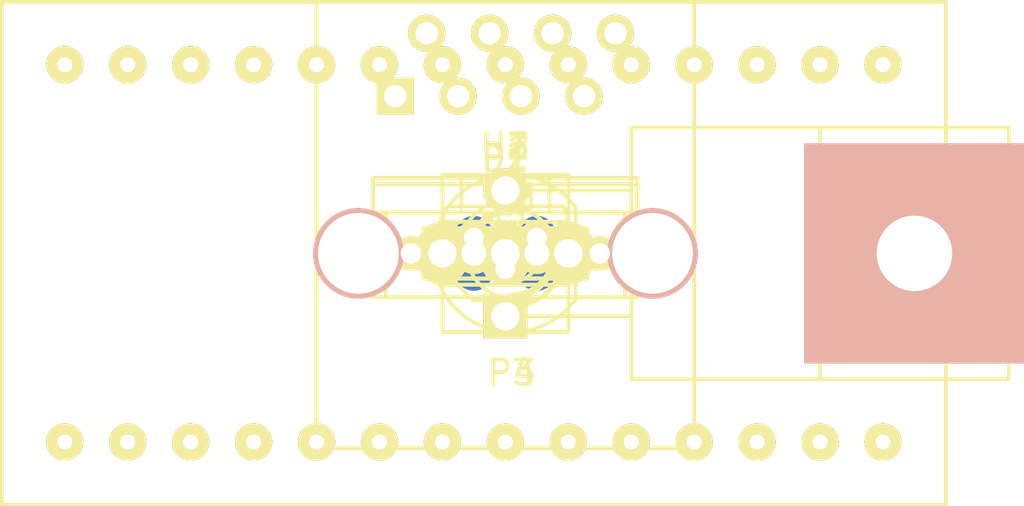
<source format=kicad_pcb>
(kicad_pcb (version 4) (host pcbnew "(2014-jul-16 BZR unknown)-product")

  (general
    (links 50)
    (no_connects 40)
    (area 0 0 0 0)
    (thickness 1.6)
    (drawings 0)
    (tracks 0)
    (zones 0)
    (modules 22)
    (nets 44)
  )

  (page A4)
  (layers
    (0 F.Cu signal)
    (31 B.Cu signal)
    (32 B.Adhes user)
    (33 F.Adhes user)
    (34 B.Paste user)
    (35 F.Paste user)
    (36 B.SilkS user)
    (37 F.SilkS user)
    (38 B.Mask user)
    (39 F.Mask user)
    (40 Dwgs.User user)
    (41 Cmts.User user)
    (42 Eco1.User user)
    (43 Eco2.User user)
    (44 Edge.Cuts user)
    (45 Margin user)
    (46 B.CrtYd user)
    (47 F.CrtYd user)
    (48 B.Fab user)
    (49 F.Fab user)
  )

  (setup
    (last_trace_width 0.254)
    (trace_clearance 0.254)
    (zone_clearance 0.508)
    (zone_45_only no)
    (trace_min 0.254)
    (segment_width 0.2)
    (edge_width 0.1)
    (via_size 0.889)
    (via_drill 0.635)
    (via_min_size 0.889)
    (via_min_drill 0.508)
    (uvia_size 0.508)
    (uvia_drill 0.127)
    (uvias_allowed no)
    (uvia_min_size 0.508)
    (uvia_min_drill 0.127)
    (pcb_text_width 0.3)
    (pcb_text_size 1.5 1.5)
    (mod_edge_width 0.15)
    (mod_text_size 1 1)
    (mod_text_width 0.15)
    (pad_size 1.5 1.5)
    (pad_drill 0.6)
    (pad_to_mask_clearance 0)
    (aux_axis_origin 0 0)
    (visible_elements FFFFFF7F)
    (pcbplotparams
      (layerselection 0x00030_80000001)
      (usegerberextensions false)
      (excludeedgelayer true)
      (linewidth 0.100000)
      (plotframeref false)
      (viasonmask false)
      (mode 1)
      (useauxorigin false)
      (hpglpennumber 1)
      (hpglpenspeed 20)
      (hpglpendiameter 15)
      (hpglpenoverlay 2)
      (psnegative false)
      (psa4output false)
      (plotreference true)
      (plotvalue true)
      (plotinvisibletext false)
      (padsonsilk false)
      (subtractmaskfromsilk false)
      (outputformat 1)
      (mirror false)
      (drillshape 1)
      (scaleselection 1)
      (outputdirectory ""))
  )

  (net 0 "")
  (net 1 /+10V)
  (net 2 GND)
  (net 3 +5V)
  (net 4 +3.3V)
  (net 5 "Net-(D1-Pad1)")
  (net 6 "Net-(D1-Pad2)")
  (net 7 "Net-(P1-Pad2)")
  (net 8 "Net-(P2-Pad2)")
  (net 9 "Net-(P3-Pad1)")
  (net 10 "Net-(P3-Pad2)")
  (net 11 "Net-(P3-Pad3)")
  (net 12 "Net-(P3-Pad4)")
  (net 13 "Net-(P3-Pad5)")
  (net 14 "Net-(P3-Pad6)")
  (net 15 "Net-(P3-Pad7)")
  (net 16 "Net-(P3-Pad8)")
  (net 17 "Net-(P4-Pad3)")
  (net 18 "Net-(P4-Pad4)")
  (net 19 "Net-(P4-Pad5)")
  (net 20 "Net-(P4-Pad6)")
  (net 21 "Net-(P4-Pad7)")
  (net 22 "Net-(P4-Pad8)")
  (net 23 "Net-(Q1-PadG)")
  (net 24 "Net-(Q2-Pad2)")
  (net 25 "Net-(R1-Pad1)")
  (net 26 "Net-(R2-Pad1)")
  (net 27 "Net-(R3-Pad1)")
  (net 28 "Net-(U4-Pad2)")
  (net 29 "Net-(U4-Pad3)")
  (net 30 "Net-(U4-Pad7)")
  (net 31 "Net-(U4-Pad8)")
  (net 32 "Net-(U4-Pad10)")
  (net 33 "Net-(U4-Pad11)")
  (net 34 "Net-(U4-Pad12)")
  (net 35 "Net-(U4-Pad13)")
  (net 36 "Net-(U4-Pad14)")
  (net 37 "Net-(U4-Pad23)")
  (net 38 "Net-(U4-Pad26)")
  (net 39 "Net-(U4-Pad27)")
  (net 40 "Net-(U4-Pad28)")
  (net 41 "Net-(U5-Pad2)")
  (net 42 "Net-(U5-Pad3)")
  (net 43 "Net-(U5-Pad7)")

  (net_class Default "This is the default net class."
    (clearance 0.254)
    (trace_width 0.254)
    (via_dia 0.889)
    (via_drill 0.635)
    (uvia_dia 0.508)
    (uvia_drill 0.127)
    (add_net +3.3V)
    (add_net +5V)
    (add_net /+10V)
    (add_net GND)
    (add_net "Net-(D1-Pad1)")
    (add_net "Net-(D1-Pad2)")
    (add_net "Net-(P1-Pad2)")
    (add_net "Net-(P2-Pad2)")
    (add_net "Net-(P3-Pad1)")
    (add_net "Net-(P3-Pad2)")
    (add_net "Net-(P3-Pad3)")
    (add_net "Net-(P3-Pad4)")
    (add_net "Net-(P3-Pad5)")
    (add_net "Net-(P3-Pad6)")
    (add_net "Net-(P3-Pad7)")
    (add_net "Net-(P3-Pad8)")
    (add_net "Net-(P4-Pad3)")
    (add_net "Net-(P4-Pad4)")
    (add_net "Net-(P4-Pad5)")
    (add_net "Net-(P4-Pad6)")
    (add_net "Net-(P4-Pad7)")
    (add_net "Net-(P4-Pad8)")
    (add_net "Net-(Q1-PadG)")
    (add_net "Net-(Q2-Pad2)")
    (add_net "Net-(R1-Pad1)")
    (add_net "Net-(R2-Pad1)")
    (add_net "Net-(R3-Pad1)")
    (add_net "Net-(U4-Pad10)")
    (add_net "Net-(U4-Pad11)")
    (add_net "Net-(U4-Pad12)")
    (add_net "Net-(U4-Pad13)")
    (add_net "Net-(U4-Pad14)")
    (add_net "Net-(U4-Pad2)")
    (add_net "Net-(U4-Pad23)")
    (add_net "Net-(U4-Pad26)")
    (add_net "Net-(U4-Pad27)")
    (add_net "Net-(U4-Pad28)")
    (add_net "Net-(U4-Pad3)")
    (add_net "Net-(U4-Pad7)")
    (add_net "Net-(U4-Pad8)")
    (add_net "Net-(U5-Pad2)")
    (add_net "Net-(U5-Pad3)")
    (add_net "Net-(U5-Pad7)")
  )

  (module Discret:C1 (layer F.Cu) (tedit 552651DC) (tstamp 55265334)
    (at 148.5011 105.0036)
    (descr "Condensateur e = 1 pas")
    (tags C)
    (path /551B1502)
    (fp_text reference C1 (at 0.254 -2.286) (layer F.SilkS)
      (effects (font (size 1 1) (thickness 0.15)))
    )
    (fp_text value C (at 0 -2.286) (layer F.Fab)
      (effects (font (size 1 1) (thickness 0.15)))
    )
    (fp_line (start -2.4892 -1.27) (end 2.54 -1.27) (layer F.SilkS) (width 0.15))
    (fp_line (start 2.54 -1.27) (end 2.54 1.27) (layer F.SilkS) (width 0.15))
    (fp_line (start 2.54 1.27) (end -2.54 1.27) (layer F.SilkS) (width 0.15))
    (fp_line (start -2.54 1.27) (end -2.54 -1.27) (layer F.SilkS) (width 0.15))
    (fp_line (start -2.54 -0.635) (end -1.905 -1.27) (layer F.SilkS) (width 0.15))
    (pad 1 thru_hole circle (at -1.27 0) (size 1.397 1.397) (drill 0.8128) (layers *.Cu *.Mask F.SilkS)
      (net 1 /+10V))
    (pad 2 thru_hole circle (at 1.27 0) (size 1.397 1.397) (drill 0.8128) (layers *.Cu *.Mask F.SilkS)
      (net 2 GND))
    (model Discret.3dshapes/C1.wrl
      (at (xyz 0 0 0))
      (scale (xyz 1 1 1))
      (rotate (xyz 0 0 0))
    )
  )

  (module Discret:C1 (layer F.Cu) (tedit 552651DC) (tstamp 5526533F)
    (at 148.5011 105.0036)
    (descr "Condensateur e = 1 pas")
    (tags C)
    (path /551B198D)
    (fp_text reference C2 (at 0.254 -2.286) (layer F.SilkS)
      (effects (font (size 1 1) (thickness 0.15)))
    )
    (fp_text value C (at 0 -2.286) (layer F.Fab)
      (effects (font (size 1 1) (thickness 0.15)))
    )
    (fp_line (start -2.4892 -1.27) (end 2.54 -1.27) (layer F.SilkS) (width 0.15))
    (fp_line (start 2.54 -1.27) (end 2.54 1.27) (layer F.SilkS) (width 0.15))
    (fp_line (start 2.54 1.27) (end -2.54 1.27) (layer F.SilkS) (width 0.15))
    (fp_line (start -2.54 1.27) (end -2.54 -1.27) (layer F.SilkS) (width 0.15))
    (fp_line (start -2.54 -0.635) (end -1.905 -1.27) (layer F.SilkS) (width 0.15))
    (pad 1 thru_hole circle (at -1.27 0) (size 1.397 1.397) (drill 0.8128) (layers *.Cu *.Mask F.SilkS)
      (net 3 +5V))
    (pad 2 thru_hole circle (at 1.27 0) (size 1.397 1.397) (drill 0.8128) (layers *.Cu *.Mask F.SilkS)
      (net 2 GND))
    (model Discret.3dshapes/C1.wrl
      (at (xyz 0 0 0))
      (scale (xyz 1 1 1))
      (rotate (xyz 0 0 0))
    )
  )

  (module Discret:C1 (layer F.Cu) (tedit 552651DC) (tstamp 5526534A)
    (at 148.5011 105.0036)
    (descr "Condensateur e = 1 pas")
    (tags C)
    (path /551B1F05)
    (fp_text reference C3 (at 0.254 -2.286) (layer F.SilkS)
      (effects (font (size 1 1) (thickness 0.15)))
    )
    (fp_text value C (at 0 -2.286) (layer F.Fab)
      (effects (font (size 1 1) (thickness 0.15)))
    )
    (fp_line (start -2.4892 -1.27) (end 2.54 -1.27) (layer F.SilkS) (width 0.15))
    (fp_line (start 2.54 -1.27) (end 2.54 1.27) (layer F.SilkS) (width 0.15))
    (fp_line (start 2.54 1.27) (end -2.54 1.27) (layer F.SilkS) (width 0.15))
    (fp_line (start -2.54 1.27) (end -2.54 -1.27) (layer F.SilkS) (width 0.15))
    (fp_line (start -2.54 -0.635) (end -1.905 -1.27) (layer F.SilkS) (width 0.15))
    (pad 1 thru_hole circle (at -1.27 0) (size 1.397 1.397) (drill 0.8128) (layers *.Cu *.Mask F.SilkS)
      (net 4 +3.3V))
    (pad 2 thru_hole circle (at 1.27 0) (size 1.397 1.397) (drill 0.8128) (layers *.Cu *.Mask F.SilkS)
      (net 2 GND))
    (model Discret.3dshapes/C1.wrl
      (at (xyz 0 0 0))
      (scale (xyz 1 1 1))
      (rotate (xyz 0 0 0))
    )
  )

  (module LEDs:LED-5MM (layer F.Cu) (tedit 552651DC) (tstamp 55265359)
    (at 148.5011 105.0036)
    (descr "LED 5mm - Lead pitch 100mil (2,54mm)")
    (tags "LED led 5mm 5MM 100mil 2,54mm")
    (path /551B596D)
    (fp_text reference D1 (at 0 -3.81) (layer F.SilkS)
      (effects (font (size 1 1) (thickness 0.15)))
    )
    (fp_text value LED (at 0 3.81) (layer F.Fab)
      (effects (font (size 1 1) (thickness 0.15)))
    )
    (fp_line (start 2.8448 1.905) (end 2.8448 -1.905) (layer F.SilkS) (width 0.15))
    (fp_circle (center 0.254 0) (end -1.016 1.27) (layer F.SilkS) (width 0.15))
    (fp_arc (start 0.254 0) (end 2.794 1.905) (angle 286.2) (layer F.SilkS) (width 0.15))
    (fp_arc (start 0.254 0) (end -0.889 0) (angle 90) (layer F.SilkS) (width 0.15))
    (fp_arc (start 0.254 0) (end 1.397 0) (angle 90) (layer F.SilkS) (width 0.15))
    (fp_arc (start 0.254 0) (end -1.397 0) (angle 90) (layer F.SilkS) (width 0.15))
    (fp_arc (start 0.254 0) (end 1.905 0) (angle 90) (layer F.SilkS) (width 0.15))
    (fp_arc (start 0.254 0) (end -1.905 0) (angle 90) (layer F.SilkS) (width 0.15))
    (fp_arc (start 0.254 0) (end 2.413 0) (angle 90) (layer F.SilkS) (width 0.15))
    (pad 1 thru_hole circle (at -1.27 0) (size 1.6764 1.6764) (drill 0.8128) (layers *.Cu *.Mask F.SilkS)
      (net 5 "Net-(D1-Pad1)"))
    (pad 2 thru_hole circle (at 1.27 0) (size 1.6764 1.6764) (drill 0.8128) (layers *.Cu *.Mask F.SilkS)
      (net 6 "Net-(D1-Pad2)"))
    (model LEDs.3dshapes/LED-5MM.wrl
      (at (xyz 0 0 0))
      (scale (xyz 1 1 1))
      (rotate (xyz 0 0 0))
    )
  )

  (module Connect:PINHEAD1-2 (layer F.Cu) (tedit 552651DC) (tstamp 55265364)
    (at 148.5011 105.0036)
    (path /55256E44)
    (attr virtual)
    (fp_text reference P1 (at 0 -3.9) (layer F.SilkS)
      (effects (font (size 1 1) (thickness 0.15)))
    )
    (fp_text value CONN_2 (at 0 3.81) (layer F.Fab)
      (effects (font (size 1 1) (thickness 0.15)))
    )
    (fp_line (start 2.54 -1.27) (end -2.54 -1.27) (layer F.SilkS) (width 0.15))
    (fp_line (start 2.54 3.175) (end -2.54 3.175) (layer F.SilkS) (width 0.15))
    (fp_line (start -2.54 -3.175) (end 2.54 -3.175) (layer F.SilkS) (width 0.15))
    (fp_line (start -2.54 -3.175) (end -2.54 3.175) (layer F.SilkS) (width 0.15))
    (fp_line (start 2.54 -3.175) (end 2.54 3.175) (layer F.SilkS) (width 0.15))
    (pad 1 thru_hole oval (at -1.27 0) (size 1.50622 3.01498) (drill 0.99822) (layers *.Cu *.Mask)
      (net 2 GND))
    (pad 2 thru_hole oval (at 1.27 0) (size 1.50622 3.01498) (drill 0.99822) (layers *.Cu *.Mask)
      (net 7 "Net-(P1-Pad2)"))
  )

  (module Connect:PINHEAD1-2 (layer F.Cu) (tedit 552651DC) (tstamp 5526536F)
    (at 148.5011 105.0036)
    (path /55257DF2)
    (attr virtual)
    (fp_text reference P2 (at 0 -3.9) (layer F.SilkS)
      (effects (font (size 1 1) (thickness 0.15)))
    )
    (fp_text value CONN_2 (at 0 3.81) (layer F.Fab)
      (effects (font (size 1 1) (thickness 0.15)))
    )
    (fp_line (start 2.54 -1.27) (end -2.54 -1.27) (layer F.SilkS) (width 0.15))
    (fp_line (start 2.54 3.175) (end -2.54 3.175) (layer F.SilkS) (width 0.15))
    (fp_line (start -2.54 -3.175) (end 2.54 -3.175) (layer F.SilkS) (width 0.15))
    (fp_line (start -2.54 -3.175) (end -2.54 3.175) (layer F.SilkS) (width 0.15))
    (fp_line (start 2.54 -3.175) (end 2.54 3.175) (layer F.SilkS) (width 0.15))
    (pad 1 thru_hole oval (at -1.27 0) (size 1.50622 3.01498) (drill 0.99822) (layers *.Cu *.Mask)
      (net 1 /+10V))
    (pad 2 thru_hole oval (at 1.27 0) (size 1.50622 3.01498) (drill 0.99822) (layers *.Cu *.Mask)
      (net 8 "Net-(P2-Pad2)"))
  )

  (module Connect:RJ45_8 (layer F.Cu) (tedit 552651DC) (tstamp 55265381)
    (at 148.5011 105.0036)
    (tags RJ45)
    (path /55259A6D)
    (fp_text reference P3 (at 0.254 4.826) (layer F.SilkS)
      (effects (font (size 1 1) (thickness 0.15)))
    )
    (fp_text value CONN_8 (at 0.14224 -0.1016) (layer F.Fab)
      (effects (font (size 1 1) (thickness 0.15)))
    )
    (fp_line (start -7.62 7.874) (end 7.62 7.874) (layer F.SilkS) (width 0.15))
    (fp_line (start 7.62 7.874) (end 7.62 -10.16) (layer F.SilkS) (width 0.15))
    (fp_line (start 7.62 -10.16) (end -7.62 -10.16) (layer F.SilkS) (width 0.15))
    (fp_line (start -7.62 -10.16) (end -7.62 7.874) (layer F.SilkS) (width 0.15))
    (pad Hole np_thru_hole circle (at 5.93852 0) (size 3.64998 3.64998) (drill 3.2512) (layers *.Cu *.SilkS *.Mask))
    (pad Hole np_thru_hole circle (at -5.9309 0) (size 3.64998 3.64998) (drill 3.2512) (layers *.Cu *.SilkS *.Mask))
    (pad 1 thru_hole rect (at -4.445 -6.35) (size 1.50114 1.50114) (drill 0.89916) (layers *.Cu *.Mask F.SilkS)
      (net 9 "Net-(P3-Pad1)"))
    (pad 2 thru_hole circle (at -3.175 -8.89) (size 1.50114 1.50114) (drill 0.89916) (layers *.Cu *.Mask F.SilkS)
      (net 10 "Net-(P3-Pad2)"))
    (pad 3 thru_hole circle (at -1.905 -6.35) (size 1.50114 1.50114) (drill 0.89916) (layers *.Cu *.Mask F.SilkS)
      (net 11 "Net-(P3-Pad3)"))
    (pad 4 thru_hole circle (at -0.635 -8.89) (size 1.50114 1.50114) (drill 0.89916) (layers *.Cu *.Mask F.SilkS)
      (net 12 "Net-(P3-Pad4)"))
    (pad 5 thru_hole circle (at 0.635 -6.35) (size 1.50114 1.50114) (drill 0.89916) (layers *.Cu *.Mask F.SilkS)
      (net 13 "Net-(P3-Pad5)"))
    (pad 6 thru_hole circle (at 1.905 -8.89) (size 1.50114 1.50114) (drill 0.89916) (layers *.Cu *.Mask F.SilkS)
      (net 14 "Net-(P3-Pad6)"))
    (pad 7 thru_hole circle (at 3.175 -6.35) (size 1.50114 1.50114) (drill 0.89916) (layers *.Cu *.Mask F.SilkS)
      (net 15 "Net-(P3-Pad7)"))
    (pad 8 thru_hole circle (at 4.445 -8.89) (size 1.50114 1.50114) (drill 0.89916) (layers *.Cu *.Mask F.SilkS)
      (net 16 "Net-(P3-Pad8)"))
    (model Connect.3dshapes/RJ45_8.wrl
      (at (xyz 0 0 0))
      (scale (xyz 0.4 0.4 0.4))
      (rotate (xyz 0 0 0))
    )
  )

  (module Connect:RJ45_8 (layer F.Cu) (tedit 552651DC) (tstamp 55265393)
    (at 148.5011 105.0036)
    (tags RJ45)
    (path /5525A9CC)
    (fp_text reference P4 (at 0.254 4.826) (layer F.SilkS)
      (effects (font (size 1 1) (thickness 0.15)))
    )
    (fp_text value CONN_8 (at 0.14224 -0.1016) (layer F.Fab)
      (effects (font (size 1 1) (thickness 0.15)))
    )
    (fp_line (start -7.62 7.874) (end 7.62 7.874) (layer F.SilkS) (width 0.15))
    (fp_line (start 7.62 7.874) (end 7.62 -10.16) (layer F.SilkS) (width 0.15))
    (fp_line (start 7.62 -10.16) (end -7.62 -10.16) (layer F.SilkS) (width 0.15))
    (fp_line (start -7.62 -10.16) (end -7.62 7.874) (layer F.SilkS) (width 0.15))
    (pad Hole np_thru_hole circle (at 5.93852 0) (size 3.64998 3.64998) (drill 3.2512) (layers *.Cu *.SilkS *.Mask))
    (pad Hole np_thru_hole circle (at -5.9309 0) (size 3.64998 3.64998) (drill 3.2512) (layers *.Cu *.SilkS *.Mask))
    (pad 1 thru_hole rect (at -4.445 -6.35) (size 1.50114 1.50114) (drill 0.89916) (layers *.Cu *.Mask F.SilkS)
      (net 3 +5V))
    (pad 2 thru_hole circle (at -3.175 -8.89) (size 1.50114 1.50114) (drill 0.89916) (layers *.Cu *.Mask F.SilkS)
      (net 2 GND))
    (pad 3 thru_hole circle (at -1.905 -6.35) (size 1.50114 1.50114) (drill 0.89916) (layers *.Cu *.Mask F.SilkS)
      (net 17 "Net-(P4-Pad3)"))
    (pad 4 thru_hole circle (at -0.635 -8.89) (size 1.50114 1.50114) (drill 0.89916) (layers *.Cu *.Mask F.SilkS)
      (net 18 "Net-(P4-Pad4)"))
    (pad 5 thru_hole circle (at 0.635 -6.35) (size 1.50114 1.50114) (drill 0.89916) (layers *.Cu *.Mask F.SilkS)
      (net 19 "Net-(P4-Pad5)"))
    (pad 6 thru_hole circle (at 1.905 -8.89) (size 1.50114 1.50114) (drill 0.89916) (layers *.Cu *.Mask F.SilkS)
      (net 20 "Net-(P4-Pad6)"))
    (pad 7 thru_hole circle (at 3.175 -6.35) (size 1.50114 1.50114) (drill 0.89916) (layers *.Cu *.Mask F.SilkS)
      (net 21 "Net-(P4-Pad7)"))
    (pad 8 thru_hole circle (at 4.445 -8.89) (size 1.50114 1.50114) (drill 0.89916) (layers *.Cu *.Mask F.SilkS)
      (net 22 "Net-(P4-Pad8)"))
    (model Connect.3dshapes/RJ45_8.wrl
      (at (xyz 0 0 0))
      (scale (xyz 0.4 0.4 0.4))
      (rotate (xyz 0 0 0))
    )
  )

  (module Discret:TO220GDS (layer F.Cu) (tedit 552651DC) (tstamp 552653A3)
    (at 148.5011 105.0036)
    (descr "Transistor VMOS Irf530, TO220")
    (tags "TR TO220 DEV")
    (path /5525E05A)
    (fp_text reference Q1 (at 6.985 0 90) (layer F.SilkS)
      (effects (font (size 1 1) (thickness 0.15)))
    )
    (fp_text value MOS_N (at 10.795 0 90) (layer F.Fab)
      (effects (font (size 1 1) (thickness 0.15)))
    )
    (fp_line (start 0 -2.54) (end 5.08 -2.54) (layer F.SilkS) (width 0.15))
    (fp_line (start 0 0) (end 5.08 0) (layer F.SilkS) (width 0.15))
    (fp_line (start 0 2.54) (end 5.08 2.54) (layer F.SilkS) (width 0.15))
    (fp_line (start 5.08 -5.08) (end 20.32 -5.08) (layer F.SilkS) (width 0.15))
    (fp_line (start 20.32 -5.08) (end 20.32 5.08) (layer F.SilkS) (width 0.15))
    (fp_line (start 20.32 5.08) (end 5.08 5.08) (layer F.SilkS) (width 0.15))
    (fp_line (start 5.08 5.08) (end 5.08 -5.08) (layer F.SilkS) (width 0.15))
    (fp_line (start 12.7 5.08) (end 12.7 -5.08) (layer F.SilkS) (width 0.15))
    (pad 4 thru_hole rect (at 16.51 0) (size 8.89 8.89) (drill 3.048) (layers *.Cu *.SilkS *.Mask))
    (pad G thru_hole circle (at 0 -2.54) (size 1.778 1.778) (drill 1.143) (layers *.Cu *.Mask F.SilkS)
      (net 23 "Net-(Q1-PadG)"))
    (pad D thru_hole circle (at 0 0) (size 1.778 1.778) (drill 1.143) (layers *.Cu *.Mask F.SilkS)
      (net 8 "Net-(P2-Pad2)"))
    (pad S thru_hole rect (at 0 2.54) (size 1.778 1.778) (drill 1.143) (layers *.Cu *.Mask F.SilkS)
      (net 2 GND))
    (model Discret.3dshapes/TO220GDS.wrl
      (at (xyz 0 0 0))
      (scale (xyz 1 1 1))
      (rotate (xyz 0 0 0))
    )
  )

  (module Discret:TO92PN (layer F.Cu) (tedit 552651DC) (tstamp 552653B2)
    (at 148.5011 105.0036)
    (path /5525E2BB)
    (fp_text reference Q2 (at -0.1 -1.1) (layer F.SilkS)
      (effects (font (size 1 1) (thickness 0.15)))
    )
    (fp_text value NPN (at 0 0.6) (layer F.Fab)
      (effects (font (size 1 1) (thickness 0.15)))
    )
    (fp_line (start 1.3 1.9) (end -1.3 1.9) (layer F.SilkS) (width 0.15))
    (fp_line (start -2.5 -1.7) (end -2.3 -1.9) (layer F.SilkS) (width 0.15))
    (fp_line (start -2.3 -1.9) (end 2.3 -1.9) (layer F.SilkS) (width 0.15))
    (fp_line (start 2.3 -1.9) (end 2.5 -1.7) (layer F.SilkS) (width 0.15))
    (fp_line (start 2.5 -1.7) (end 2.5 0.7) (layer F.SilkS) (width 0.15))
    (fp_line (start 2.5 0.7) (end 1.3 1.9) (layer F.SilkS) (width 0.15))
    (fp_line (start -1.3 1.9) (end -2.5 0.7) (layer F.SilkS) (width 0.15))
    (fp_line (start -2.5 0.7) (end -2.5 -1.7) (layer F.SilkS) (width 0.15))
    (pad 1 thru_hole circle (at 1.27 -0.635) (size 1.4 1.4) (drill 0.8) (layers *.Cu *.Mask F.SilkS)
      (net 2 GND))
    (pad 2 thru_hole circle (at 0 0.635) (size 1.4 1.4) (drill 0.8) (layers *.Cu *.Mask F.SilkS)
      (net 24 "Net-(Q2-Pad2)"))
    (pad 3 thru_hole circle (at -1.27 -0.635) (size 1.4 1.4) (drill 0.8) (layers *.Cu *.Mask F.SilkS)
      (net 6 "Net-(D1-Pad2)"))
    (model Discret.3dshapes/TO92PN.wrl
      (at (xyz 0 0 0))
      (scale (xyz 1 1 1))
      (rotate (xyz 0 0 0))
    )
  )

  (module Discret:R3 (layer F.Cu) (tedit 552651DC) (tstamp 552653C0)
    (at 148.5011 105.0036)
    (descr "Resitance 3 pas")
    (tags R)
    (path /551B12AB)
    (fp_text reference R1 (at 0 0.127) (layer F.SilkS)
      (effects (font (size 1 1) (thickness 0.15)))
    )
    (fp_text value "R 3.3k" (at 0 0.127) (layer F.Fab)
      (effects (font (size 1 1) (thickness 0.15)))
    )
    (fp_line (start -3.81 0) (end -3.302 0) (layer F.SilkS) (width 0.15))
    (fp_line (start 3.81 0) (end 3.302 0) (layer F.SilkS) (width 0.15))
    (fp_line (start 3.302 0) (end 3.302 -1.016) (layer F.SilkS) (width 0.15))
    (fp_line (start 3.302 -1.016) (end -3.302 -1.016) (layer F.SilkS) (width 0.15))
    (fp_line (start -3.302 -1.016) (end -3.302 1.016) (layer F.SilkS) (width 0.15))
    (fp_line (start -3.302 1.016) (end 3.302 1.016) (layer F.SilkS) (width 0.15))
    (fp_line (start 3.302 1.016) (end 3.302 0) (layer F.SilkS) (width 0.15))
    (fp_line (start -3.302 -0.508) (end -2.794 -1.016) (layer F.SilkS) (width 0.15))
    (pad 1 thru_hole circle (at -3.81 0) (size 1.397 1.397) (drill 0.8128) (layers *.Cu *.Mask F.SilkS)
      (net 25 "Net-(R1-Pad1)"))
    (pad 2 thru_hole circle (at 3.81 0) (size 1.397 1.397) (drill 0.8128) (layers *.Cu *.Mask F.SilkS)
      (net 2 GND))
    (model Discret.3dshapes/R3.wrl
      (at (xyz 0 0 0))
      (scale (xyz 0.3 0.3 0.3))
      (rotate (xyz 0 0 0))
    )
  )

  (module Discret:R3 (layer F.Cu) (tedit 552651DC) (tstamp 552653CE)
    (at 148.5011 105.0036)
    (descr "Resitance 3 pas")
    (tags R)
    (path /551B18C1)
    (fp_text reference R2 (at 0 0.127) (layer F.SilkS)
      (effects (font (size 1 1) (thickness 0.15)))
    )
    (fp_text value "R 1k" (at 0 0.127) (layer F.Fab)
      (effects (font (size 1 1) (thickness 0.15)))
    )
    (fp_line (start -3.81 0) (end -3.302 0) (layer F.SilkS) (width 0.15))
    (fp_line (start 3.81 0) (end 3.302 0) (layer F.SilkS) (width 0.15))
    (fp_line (start 3.302 0) (end 3.302 -1.016) (layer F.SilkS) (width 0.15))
    (fp_line (start 3.302 -1.016) (end -3.302 -1.016) (layer F.SilkS) (width 0.15))
    (fp_line (start -3.302 -1.016) (end -3.302 1.016) (layer F.SilkS) (width 0.15))
    (fp_line (start -3.302 1.016) (end 3.302 1.016) (layer F.SilkS) (width 0.15))
    (fp_line (start 3.302 1.016) (end 3.302 0) (layer F.SilkS) (width 0.15))
    (fp_line (start -3.302 -0.508) (end -2.794 -1.016) (layer F.SilkS) (width 0.15))
    (pad 1 thru_hole circle (at -3.81 0) (size 1.397 1.397) (drill 0.8128) (layers *.Cu *.Mask F.SilkS)
      (net 26 "Net-(R2-Pad1)"))
    (pad 2 thru_hole circle (at 3.81 0) (size 1.397 1.397) (drill 0.8128) (layers *.Cu *.Mask F.SilkS)
      (net 2 GND))
    (model Discret.3dshapes/R3.wrl
      (at (xyz 0 0 0))
      (scale (xyz 0.3 0.3 0.3))
      (rotate (xyz 0 0 0))
    )
  )

  (module Discret:R3 (layer F.Cu) (tedit 552651DC) (tstamp 552653DC)
    (at 148.5011 105.0036)
    (descr "Resitance 3 pas")
    (tags R)
    (path /551B1EFC)
    (fp_text reference R3 (at 0 0.127) (layer F.SilkS)
      (effects (font (size 1 1) (thickness 0.15)))
    )
    (fp_text value "R 370" (at 0 0.127) (layer F.Fab)
      (effects (font (size 1 1) (thickness 0.15)))
    )
    (fp_line (start -3.81 0) (end -3.302 0) (layer F.SilkS) (width 0.15))
    (fp_line (start 3.81 0) (end 3.302 0) (layer F.SilkS) (width 0.15))
    (fp_line (start 3.302 0) (end 3.302 -1.016) (layer F.SilkS) (width 0.15))
    (fp_line (start 3.302 -1.016) (end -3.302 -1.016) (layer F.SilkS) (width 0.15))
    (fp_line (start -3.302 -1.016) (end -3.302 1.016) (layer F.SilkS) (width 0.15))
    (fp_line (start -3.302 1.016) (end 3.302 1.016) (layer F.SilkS) (width 0.15))
    (fp_line (start 3.302 1.016) (end 3.302 0) (layer F.SilkS) (width 0.15))
    (fp_line (start -3.302 -0.508) (end -2.794 -1.016) (layer F.SilkS) (width 0.15))
    (pad 1 thru_hole circle (at -3.81 0) (size 1.397 1.397) (drill 0.8128) (layers *.Cu *.Mask F.SilkS)
      (net 27 "Net-(R3-Pad1)"))
    (pad 2 thru_hole circle (at 3.81 0) (size 1.397 1.397) (drill 0.8128) (layers *.Cu *.Mask F.SilkS)
      (net 2 GND))
    (model Discret.3dshapes/R3.wrl
      (at (xyz 0 0 0))
      (scale (xyz 0.3 0.3 0.3))
      (rotate (xyz 0 0 0))
    )
  )

  (module Discret:R3 (layer F.Cu) (tedit 552651DC) (tstamp 552653EA)
    (at 148.5011 105.0036)
    (descr "Resitance 3 pas")
    (tags R)
    (path /551B146A)
    (fp_text reference R4 (at 0 0.127) (layer F.SilkS)
      (effects (font (size 1 1) (thickness 0.15)))
    )
    (fp_text value "R 470" (at 0 0.127) (layer F.Fab)
      (effects (font (size 1 1) (thickness 0.15)))
    )
    (fp_line (start -3.81 0) (end -3.302 0) (layer F.SilkS) (width 0.15))
    (fp_line (start 3.81 0) (end 3.302 0) (layer F.SilkS) (width 0.15))
    (fp_line (start 3.302 0) (end 3.302 -1.016) (layer F.SilkS) (width 0.15))
    (fp_line (start 3.302 -1.016) (end -3.302 -1.016) (layer F.SilkS) (width 0.15))
    (fp_line (start -3.302 -1.016) (end -3.302 1.016) (layer F.SilkS) (width 0.15))
    (fp_line (start -3.302 1.016) (end 3.302 1.016) (layer F.SilkS) (width 0.15))
    (fp_line (start 3.302 1.016) (end 3.302 0) (layer F.SilkS) (width 0.15))
    (fp_line (start -3.302 -0.508) (end -2.794 -1.016) (layer F.SilkS) (width 0.15))
    (pad 1 thru_hole circle (at -3.81 0) (size 1.397 1.397) (drill 0.8128) (layers *.Cu *.Mask F.SilkS)
      (net 1 /+10V))
    (pad 2 thru_hole circle (at 3.81 0) (size 1.397 1.397) (drill 0.8128) (layers *.Cu *.Mask F.SilkS)
      (net 25 "Net-(R1-Pad1)"))
    (model Discret.3dshapes/R3.wrl
      (at (xyz 0 0 0))
      (scale (xyz 0.3 0.3 0.3))
      (rotate (xyz 0 0 0))
    )
  )

  (module Discret:R3 (layer F.Cu) (tedit 552651DC) (tstamp 552653F8)
    (at 148.5011 105.0036)
    (descr "Resitance 3 pas")
    (tags R)
    (path /551B185E)
    (fp_text reference R5 (at 0 0.127) (layer F.SilkS)
      (effects (font (size 1 1) (thickness 0.15)))
    )
    (fp_text value "R 330" (at 0 0.127) (layer F.Fab)
      (effects (font (size 1 1) (thickness 0.15)))
    )
    (fp_line (start -3.81 0) (end -3.302 0) (layer F.SilkS) (width 0.15))
    (fp_line (start 3.81 0) (end 3.302 0) (layer F.SilkS) (width 0.15))
    (fp_line (start 3.302 0) (end 3.302 -1.016) (layer F.SilkS) (width 0.15))
    (fp_line (start 3.302 -1.016) (end -3.302 -1.016) (layer F.SilkS) (width 0.15))
    (fp_line (start -3.302 -1.016) (end -3.302 1.016) (layer F.SilkS) (width 0.15))
    (fp_line (start -3.302 1.016) (end 3.302 1.016) (layer F.SilkS) (width 0.15))
    (fp_line (start 3.302 1.016) (end 3.302 0) (layer F.SilkS) (width 0.15))
    (fp_line (start -3.302 -0.508) (end -2.794 -1.016) (layer F.SilkS) (width 0.15))
    (pad 1 thru_hole circle (at -3.81 0) (size 1.397 1.397) (drill 0.8128) (layers *.Cu *.Mask F.SilkS)
      (net 3 +5V))
    (pad 2 thru_hole circle (at 3.81 0) (size 1.397 1.397) (drill 0.8128) (layers *.Cu *.Mask F.SilkS)
      (net 26 "Net-(R2-Pad1)"))
    (model Discret.3dshapes/R3.wrl
      (at (xyz 0 0 0))
      (scale (xyz 0.3 0.3 0.3))
      (rotate (xyz 0 0 0))
    )
  )

  (module Discret:R3 (layer F.Cu) (tedit 552651DC) (tstamp 55265406)
    (at 148.5011 105.0036)
    (descr "Resitance 3 pas")
    (tags R)
    (path /551B1EF6)
    (fp_text reference R6 (at 0 0.127) (layer F.SilkS)
      (effects (font (size 1 1) (thickness 0.15)))
    )
    (fp_text value "R 220" (at 0 0.127) (layer F.Fab)
      (effects (font (size 1 1) (thickness 0.15)))
    )
    (fp_line (start -3.81 0) (end -3.302 0) (layer F.SilkS) (width 0.15))
    (fp_line (start 3.81 0) (end 3.302 0) (layer F.SilkS) (width 0.15))
    (fp_line (start 3.302 0) (end 3.302 -1.016) (layer F.SilkS) (width 0.15))
    (fp_line (start 3.302 -1.016) (end -3.302 -1.016) (layer F.SilkS) (width 0.15))
    (fp_line (start -3.302 -1.016) (end -3.302 1.016) (layer F.SilkS) (width 0.15))
    (fp_line (start -3.302 1.016) (end 3.302 1.016) (layer F.SilkS) (width 0.15))
    (fp_line (start 3.302 1.016) (end 3.302 0) (layer F.SilkS) (width 0.15))
    (fp_line (start -3.302 -0.508) (end -2.794 -1.016) (layer F.SilkS) (width 0.15))
    (pad 1 thru_hole circle (at -3.81 0) (size 1.397 1.397) (drill 0.8128) (layers *.Cu *.Mask F.SilkS)
      (net 4 +3.3V))
    (pad 2 thru_hole circle (at 3.81 0) (size 1.397 1.397) (drill 0.8128) (layers *.Cu *.Mask F.SilkS)
      (net 27 "Net-(R3-Pad1)"))
    (model Discret.3dshapes/R3.wrl
      (at (xyz 0 0 0))
      (scale (xyz 0.3 0.3 0.3))
      (rotate (xyz 0 0 0))
    )
  )

  (module Discret:R3 (layer F.Cu) (tedit 552651DC) (tstamp 55265414)
    (at 148.5011 105.0036)
    (descr "Resitance 3 pas")
    (tags R)
    (path /551B5A4A)
    (fp_text reference R7 (at 0 0.127) (layer F.SilkS)
      (effects (font (size 1 1) (thickness 0.15)))
    )
    (fp_text value R220 (at 0 0.127) (layer F.Fab)
      (effects (font (size 1 1) (thickness 0.15)))
    )
    (fp_line (start -3.81 0) (end -3.302 0) (layer F.SilkS) (width 0.15))
    (fp_line (start 3.81 0) (end 3.302 0) (layer F.SilkS) (width 0.15))
    (fp_line (start 3.302 0) (end 3.302 -1.016) (layer F.SilkS) (width 0.15))
    (fp_line (start 3.302 -1.016) (end -3.302 -1.016) (layer F.SilkS) (width 0.15))
    (fp_line (start -3.302 -1.016) (end -3.302 1.016) (layer F.SilkS) (width 0.15))
    (fp_line (start -3.302 1.016) (end 3.302 1.016) (layer F.SilkS) (width 0.15))
    (fp_line (start 3.302 1.016) (end 3.302 0) (layer F.SilkS) (width 0.15))
    (fp_line (start -3.302 -0.508) (end -2.794 -1.016) (layer F.SilkS) (width 0.15))
    (pad 1 thru_hole circle (at -3.81 0) (size 1.397 1.397) (drill 0.8128) (layers *.Cu *.Mask F.SilkS)
      (net 3 +5V))
    (pad 2 thru_hole circle (at 3.81 0) (size 1.397 1.397) (drill 0.8128) (layers *.Cu *.Mask F.SilkS)
      (net 5 "Net-(D1-Pad1)"))
    (model Discret.3dshapes/R3.wrl
      (at (xyz 0 0 0))
      (scale (xyz 0.3 0.3 0.3))
      (rotate (xyz 0 0 0))
    )
  )

  (module Power_Integrations:TO-220 (layer F.Cu) (tedit 552651DC) (tstamp 55265425)
    (at 148.5011 105.0036)
    (descr "Non Isolated JEDEC TO-220 Package")
    (tags "Power Integration YN Package")
    (path /551B0AFB)
    (fp_text reference U1 (at 0 -4.318) (layer F.SilkS)
      (effects (font (size 1 1) (thickness 0.15)))
    )
    (fp_text value LM317T (at 0 -4.318) (layer F.Fab)
      (effects (font (size 1 1) (thickness 0.15)))
    )
    (fp_line (start 4.826 -1.651) (end 4.826 1.778) (layer F.SilkS) (width 0.15))
    (fp_line (start -4.826 -1.651) (end -4.826 1.778) (layer F.SilkS) (width 0.15))
    (fp_line (start 5.334 -2.794) (end -5.334 -2.794) (layer F.SilkS) (width 0.15))
    (fp_line (start 1.778 -1.778) (end 1.778 -3.048) (layer F.SilkS) (width 0.15))
    (fp_line (start -1.778 -1.778) (end -1.778 -3.048) (layer F.SilkS) (width 0.15))
    (fp_line (start -5.334 -1.651) (end 5.334 -1.651) (layer F.SilkS) (width 0.15))
    (fp_line (start 5.334 1.778) (end -5.334 1.778) (layer F.SilkS) (width 0.15))
    (fp_line (start -5.334 -3.048) (end -5.334 1.778) (layer F.SilkS) (width 0.15))
    (fp_line (start 5.334 -3.048) (end 5.334 1.778) (layer F.SilkS) (width 0.15))
    (fp_line (start 5.334 -3.048) (end -5.334 -3.048) (layer F.SilkS) (width 0.15))
    (pad 2 thru_hole oval (at 0 0) (size 2.032 2.54) (drill 1.143) (layers *.Cu *.Mask F.SilkS)
      (net 1 /+10V))
    (pad 3 thru_hole oval (at 2.54 0) (size 2.032 2.54) (drill 1.143) (layers *.Cu *.Mask F.SilkS)
      (net 7 "Net-(P1-Pad2)"))
    (pad 1 thru_hole oval (at -2.54 0) (size 2.032 2.54) (drill 1.143) (layers *.Cu *.Mask F.SilkS)
      (net 25 "Net-(R1-Pad1)"))
  )

  (module Power_Integrations:TO-220 (layer F.Cu) (tedit 552651DC) (tstamp 55265436)
    (at 148.5011 105.0036)
    (descr "Non Isolated JEDEC TO-220 Package")
    (tags "Power Integration YN Package")
    (path /551B17E2)
    (fp_text reference U2 (at 0 -4.318) (layer F.SilkS)
      (effects (font (size 1 1) (thickness 0.15)))
    )
    (fp_text value LM317T (at 0 -4.318) (layer F.Fab)
      (effects (font (size 1 1) (thickness 0.15)))
    )
    (fp_line (start 4.826 -1.651) (end 4.826 1.778) (layer F.SilkS) (width 0.15))
    (fp_line (start -4.826 -1.651) (end -4.826 1.778) (layer F.SilkS) (width 0.15))
    (fp_line (start 5.334 -2.794) (end -5.334 -2.794) (layer F.SilkS) (width 0.15))
    (fp_line (start 1.778 -1.778) (end 1.778 -3.048) (layer F.SilkS) (width 0.15))
    (fp_line (start -1.778 -1.778) (end -1.778 -3.048) (layer F.SilkS) (width 0.15))
    (fp_line (start -5.334 -1.651) (end 5.334 -1.651) (layer F.SilkS) (width 0.15))
    (fp_line (start 5.334 1.778) (end -5.334 1.778) (layer F.SilkS) (width 0.15))
    (fp_line (start -5.334 -3.048) (end -5.334 1.778) (layer F.SilkS) (width 0.15))
    (fp_line (start 5.334 -3.048) (end 5.334 1.778) (layer F.SilkS) (width 0.15))
    (fp_line (start 5.334 -3.048) (end -5.334 -3.048) (layer F.SilkS) (width 0.15))
    (pad 2 thru_hole oval (at 0 0) (size 2.032 2.54) (drill 1.143) (layers *.Cu *.Mask F.SilkS)
      (net 3 +5V))
    (pad 3 thru_hole oval (at 2.54 0) (size 2.032 2.54) (drill 1.143) (layers *.Cu *.Mask F.SilkS)
      (net 7 "Net-(P1-Pad2)"))
    (pad 1 thru_hole oval (at -2.54 0) (size 2.032 2.54) (drill 1.143) (layers *.Cu *.Mask F.SilkS)
      (net 26 "Net-(R2-Pad1)"))
  )

  (module Power_Integrations:TO-220 (layer F.Cu) (tedit 552651DC) (tstamp 55265447)
    (at 148.5011 105.0036)
    (descr "Non Isolated JEDEC TO-220 Package")
    (tags "Power Integration YN Package")
    (path /551B1EEF)
    (fp_text reference U3 (at 0 -4.318) (layer F.SilkS)
      (effects (font (size 1 1) (thickness 0.15)))
    )
    (fp_text value LM317T (at 0 -4.318) (layer F.Fab)
      (effects (font (size 1 1) (thickness 0.15)))
    )
    (fp_line (start 4.826 -1.651) (end 4.826 1.778) (layer F.SilkS) (width 0.15))
    (fp_line (start -4.826 -1.651) (end -4.826 1.778) (layer F.SilkS) (width 0.15))
    (fp_line (start 5.334 -2.794) (end -5.334 -2.794) (layer F.SilkS) (width 0.15))
    (fp_line (start 1.778 -1.778) (end 1.778 -3.048) (layer F.SilkS) (width 0.15))
    (fp_line (start -1.778 -1.778) (end -1.778 -3.048) (layer F.SilkS) (width 0.15))
    (fp_line (start -5.334 -1.651) (end 5.334 -1.651) (layer F.SilkS) (width 0.15))
    (fp_line (start 5.334 1.778) (end -5.334 1.778) (layer F.SilkS) (width 0.15))
    (fp_line (start -5.334 -3.048) (end -5.334 1.778) (layer F.SilkS) (width 0.15))
    (fp_line (start 5.334 -3.048) (end 5.334 1.778) (layer F.SilkS) (width 0.15))
    (fp_line (start 5.334 -3.048) (end -5.334 -3.048) (layer F.SilkS) (width 0.15))
    (pad 2 thru_hole oval (at 0 0) (size 2.032 2.54) (drill 1.143) (layers *.Cu *.Mask F.SilkS)
      (net 4 +3.3V))
    (pad 3 thru_hole oval (at 2.54 0) (size 2.032 2.54) (drill 1.143) (layers *.Cu *.Mask F.SilkS)
      (net 7 "Net-(P1-Pad2)"))
    (pad 1 thru_hole oval (at -2.54 0) (size 2.032 2.54) (drill 1.143) (layers *.Cu *.Mask F.SilkS)
      (net 27 "Net-(R3-Pad1)"))
  )

  (module myLib:Teensy3.1 (layer F.Cu) (tedit 5525442B) (tstamp 5526546B)
    (at 148.5011 105.0036)
    (path /552588DE)
    (fp_text reference U4 (at 0 0) (layer F.SilkS)
      (effects (font (size 1 1) (thickness 0.15)))
    )
    (fp_text value Teensy_3.0 (at 0 0) (layer F.SilkS)
      (effects (font (size 1 1) (thickness 0.15)))
    )
    (fp_line (start -20.32 -10.16) (end -20.32 10.16) (layer F.SilkS) (width 0.15))
    (fp_line (start -20.32 10.16) (end 17.78 10.16) (layer F.SilkS) (width 0.15))
    (fp_line (start 17.78 10.16) (end 17.78 -10.16) (layer F.SilkS) (width 0.15))
    (fp_line (start 17.78 -10.16) (end -20.32 -10.16) (layer F.SilkS) (width 0.15))
    (pad 1 thru_hole circle (at -17.78 -7.62) (size 1.5 1.5) (drill 0.6) (layers *.Cu *.Mask F.SilkS)
      (net 2 GND))
    (pad 2 thru_hole circle (at -15.24 -7.62) (size 1.5 1.5) (drill 0.6) (layers *.Cu *.Mask F.SilkS)
      (net 28 "Net-(U4-Pad2)"))
    (pad 3 thru_hole circle (at -12.7 -7.62) (size 1.5 1.5) (drill 0.6) (layers *.Cu *.Mask F.SilkS)
      (net 29 "Net-(U4-Pad3)"))
    (pad 4 thru_hole circle (at -10.16 -7.62) (size 1.5 1.5) (drill 0.6) (layers *.Cu *.Mask F.SilkS)
      (net 19 "Net-(P4-Pad5)"))
    (pad 5 thru_hole circle (at -7.62 -7.62) (size 1.5 1.5) (drill 0.6) (layers *.Cu *.Mask F.SilkS)
      (net 18 "Net-(P4-Pad4)"))
    (pad 6 thru_hole circle (at -5.08 -7.62) (size 1.5 1.5) (drill 0.6) (layers *.Cu *.Mask F.SilkS)
      (net 23 "Net-(Q1-PadG)"))
    (pad 7 thru_hole circle (at -2.54 -7.62) (size 1.5 1.5) (drill 0.6) (layers *.Cu *.Mask F.SilkS)
      (net 30 "Net-(U4-Pad7)"))
    (pad 8 thru_hole circle (at 0 -7.62) (size 1.5 1.5) (drill 0.6) (layers *.Cu *.Mask F.SilkS)
      (net 31 "Net-(U4-Pad8)"))
    (pad 9 thru_hole circle (at 2.54 -7.62) (size 1.5 1.5) (drill 0.6) (layers *.Cu *.Mask F.SilkS)
      (net 17 "Net-(P4-Pad3)"))
    (pad 10 thru_hole circle (at 5.08 -7.62) (size 1.5 1.5) (drill 0.6) (layers *.Cu *.Mask F.SilkS)
      (net 32 "Net-(U4-Pad10)"))
    (pad 11 thru_hole circle (at 7.62 -7.62) (size 1.5 1.5) (drill 0.6) (layers *.Cu *.Mask F.SilkS)
      (net 33 "Net-(U4-Pad11)"))
    (pad 12 thru_hole circle (at 10.16 -7.62) (size 1.5 1.5) (drill 0.6) (layers *.Cu *.Mask F.SilkS)
      (net 34 "Net-(U4-Pad12)"))
    (pad 13 thru_hole circle (at 12.7 -7.62) (size 1.5 1.5) (drill 0.6) (layers *.Cu *.Mask F.SilkS)
      (net 35 "Net-(U4-Pad13)"))
    (pad 14 thru_hole circle (at 15.24 -7.62) (size 1.5 1.5) (drill 0.6) (layers *.Cu *.Mask F.SilkS)
      (net 36 "Net-(U4-Pad14)"))
    (pad 15 thru_hole circle (at -17.78 7.62) (size 1.5 1.5) (drill 0.6) (layers *.Cu *.Mask F.SilkS)
      (net 24 "Net-(Q2-Pad2)"))
    (pad 16 thru_hole circle (at -15.24 7.62) (size 1.5 1.5) (drill 0.6) (layers *.Cu *.Mask F.SilkS)
      (net 16 "Net-(P3-Pad8)"))
    (pad 17 thru_hole circle (at -12.7 7.62) (size 1.5 1.5) (drill 0.6) (layers *.Cu *.Mask F.SilkS)
      (net 15 "Net-(P3-Pad7)"))
    (pad 18 thru_hole circle (at -10.16 7.62) (size 1.5 1.5) (drill 0.6) (layers *.Cu *.Mask F.SilkS)
      (net 14 "Net-(P3-Pad6)"))
    (pad 19 thru_hole circle (at -7.62 7.62) (size 1.5 1.5) (drill 0.6) (layers *.Cu *.Mask F.SilkS)
      (net 13 "Net-(P3-Pad5)"))
    (pad 20 thru_hole circle (at -5.08 7.62) (size 1.5 1.5) (drill 0.6) (layers *.Cu *.Mask F.SilkS)
      (net 12 "Net-(P3-Pad4)"))
    (pad 21 thru_hole circle (at -2.54 7.62) (size 1.5 1.5) (drill 0.6) (layers *.Cu *.Mask F.SilkS)
      (net 11 "Net-(P3-Pad3)"))
    (pad 22 thru_hole circle (at 0 7.62) (size 1.5 1.5) (drill 0.6) (layers *.Cu *.Mask F.SilkS)
      (net 10 "Net-(P3-Pad2)"))
    (pad 23 thru_hole circle (at 2.54 7.62) (size 1.5 1.5) (drill 0.6) (layers *.Cu *.Mask F.SilkS)
      (net 37 "Net-(U4-Pad23)"))
    (pad 24 thru_hole circle (at 5.08 7.62) (size 1.5 1.5) (drill 0.6) (layers *.Cu *.Mask F.SilkS)
      (net 21 "Net-(P4-Pad7)"))
    (pad 25 thru_hole circle (at 7.62 7.62) (size 1.5 1.5) (drill 0.6) (layers *.Cu *.Mask F.SilkS)
      (net 20 "Net-(P4-Pad6)"))
    (pad 26 thru_hole circle (at 10.16 7.62) (size 1.5 1.5) (drill 0.6) (layers *.Cu *.Mask F.SilkS)
      (net 38 "Net-(U4-Pad26)"))
    (pad 27 thru_hole circle (at 12.7 7.62) (size 1.5 1.5) (drill 0.6) (layers *.Cu *.Mask F.SilkS)
      (net 39 "Net-(U4-Pad27)"))
    (pad 28 thru_hole circle (at 15.24 7.62) (size 1.5 1.5) (drill 0.6) (layers *.Cu *.Mask F.SilkS)
      (net 40 "Net-(U4-Pad28)"))
  )

  (module myLib:Teensy3.1 (layer F.Cu) (tedit 5525442B) (tstamp 5526548F)
    (at 148.5011 105.0036)
    (path /551B2BB1)
    (fp_text reference U5 (at 0 0) (layer F.SilkS)
      (effects (font (size 1 1) (thickness 0.15)))
    )
    (fp_text value ESP8266 (at 0 0) (layer F.SilkS)
      (effects (font (size 1 1) (thickness 0.15)))
    )
    (fp_line (start -20.32 -10.16) (end -20.32 10.16) (layer F.SilkS) (width 0.15))
    (fp_line (start -20.32 10.16) (end 17.78 10.16) (layer F.SilkS) (width 0.15))
    (fp_line (start 17.78 10.16) (end 17.78 -10.16) (layer F.SilkS) (width 0.15))
    (fp_line (start 17.78 -10.16) (end -20.32 -10.16) (layer F.SilkS) (width 0.15))
    (pad 1 thru_hole circle (at -17.78 -7.62) (size 1.5 1.5) (drill 0.6) (layers *.Cu *.Mask F.SilkS)
      (net 2 GND))
    (pad 2 thru_hole circle (at -15.24 -7.62) (size 1.5 1.5) (drill 0.6) (layers *.Cu *.Mask F.SilkS)
      (net 41 "Net-(U5-Pad2)"))
    (pad 3 thru_hole circle (at -12.7 -7.62) (size 1.5 1.5) (drill 0.6) (layers *.Cu *.Mask F.SilkS)
      (net 42 "Net-(U5-Pad3)"))
    (pad 4 thru_hole circle (at -10.16 -7.62) (size 1.5 1.5) (drill 0.6) (layers *.Cu *.Mask F.SilkS)
      (net 34 "Net-(U4-Pad12)"))
    (pad 5 thru_hole circle (at -7.62 -7.62) (size 1.5 1.5) (drill 0.6) (layers *.Cu *.Mask F.SilkS)
      (net 33 "Net-(U4-Pad11)"))
    (pad 6 thru_hole circle (at -5.08 -7.62) (size 1.5 1.5) (drill 0.6) (layers *.Cu *.Mask F.SilkS)
      (net 4 +3.3V))
    (pad 7 thru_hole circle (at -2.54 -7.62) (size 1.5 1.5) (drill 0.6) (layers *.Cu *.Mask F.SilkS)
      (net 43 "Net-(U5-Pad7)"))
    (pad 8 thru_hole circle (at 0 -7.62) (size 1.5 1.5) (drill 0.6) (layers *.Cu *.Mask F.SilkS)
      (net 4 +3.3V))
    (pad 9 thru_hole circle (at 2.54 -7.62) (size 1.5 1.5) (drill 0.6) (layers *.Cu *.Mask F.SilkS))
    (pad 10 thru_hole circle (at 5.08 -7.62) (size 1.5 1.5) (drill 0.6) (layers *.Cu *.Mask F.SilkS))
    (pad 11 thru_hole circle (at 7.62 -7.62) (size 1.5 1.5) (drill 0.6) (layers *.Cu *.Mask F.SilkS))
    (pad 12 thru_hole circle (at 10.16 -7.62) (size 1.5 1.5) (drill 0.6) (layers *.Cu *.Mask F.SilkS))
    (pad 13 thru_hole circle (at 12.7 -7.62) (size 1.5 1.5) (drill 0.6) (layers *.Cu *.Mask F.SilkS))
    (pad 14 thru_hole circle (at 15.24 -7.62) (size 1.5 1.5) (drill 0.6) (layers *.Cu *.Mask F.SilkS))
    (pad 15 thru_hole circle (at -17.78 7.62) (size 1.5 1.5) (drill 0.6) (layers *.Cu *.Mask F.SilkS))
    (pad 16 thru_hole circle (at -15.24 7.62) (size 1.5 1.5) (drill 0.6) (layers *.Cu *.Mask F.SilkS))
    (pad 17 thru_hole circle (at -12.7 7.62) (size 1.5 1.5) (drill 0.6) (layers *.Cu *.Mask F.SilkS))
    (pad 18 thru_hole circle (at -10.16 7.62) (size 1.5 1.5) (drill 0.6) (layers *.Cu *.Mask F.SilkS))
    (pad 19 thru_hole circle (at -7.62 7.62) (size 1.5 1.5) (drill 0.6) (layers *.Cu *.Mask F.SilkS))
    (pad 20 thru_hole circle (at -5.08 7.62) (size 1.5 1.5) (drill 0.6) (layers *.Cu *.Mask F.SilkS))
    (pad 21 thru_hole circle (at -2.54 7.62) (size 1.5 1.5) (drill 0.6) (layers *.Cu *.Mask F.SilkS))
    (pad 22 thru_hole circle (at 0 7.62) (size 1.5 1.5) (drill 0.6) (layers *.Cu *.Mask F.SilkS))
    (pad 23 thru_hole circle (at 2.54 7.62) (size 1.5 1.5) (drill 0.6) (layers *.Cu *.Mask F.SilkS))
    (pad 24 thru_hole circle (at 5.08 7.62) (size 1.5 1.5) (drill 0.6) (layers *.Cu *.Mask F.SilkS))
    (pad 25 thru_hole circle (at 7.62 7.62) (size 1.5 1.5) (drill 0.6) (layers *.Cu *.Mask F.SilkS))
    (pad 26 thru_hole circle (at 10.16 7.62) (size 1.5 1.5) (drill 0.6) (layers *.Cu *.Mask F.SilkS))
    (pad 27 thru_hole circle (at 12.7 7.62) (size 1.5 1.5) (drill 0.6) (layers *.Cu *.Mask F.SilkS))
    (pad 28 thru_hole circle (at 15.24 7.62) (size 1.5 1.5) (drill 0.6) (layers *.Cu *.Mask F.SilkS))
  )

)

</source>
